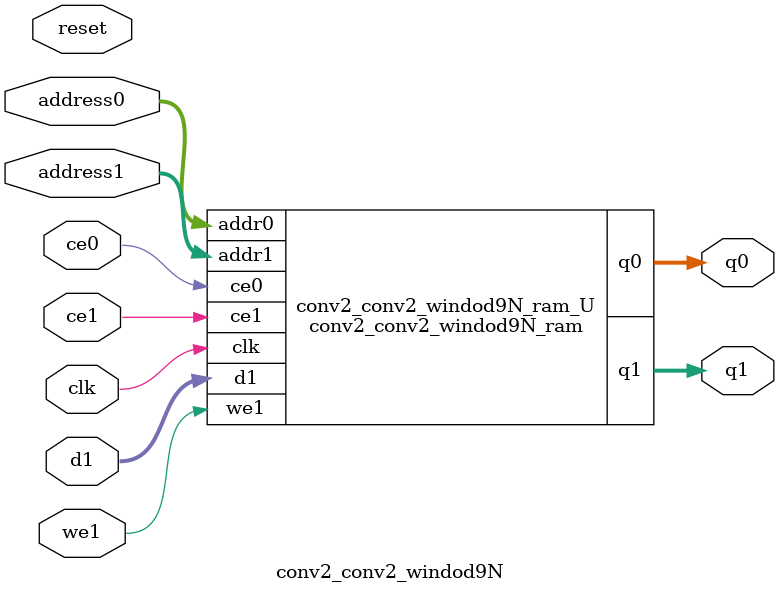
<source format=v>
`timescale 1 ns / 1 ps
module conv2_conv2_windod9N_ram (addr0, ce0, q0, addr1, ce1, d1, we1, q1,  clk);

parameter DWIDTH = 5;
parameter AWIDTH = 4;
parameter MEM_SIZE = 16;

input[AWIDTH-1:0] addr0;
input ce0;
output reg[DWIDTH-1:0] q0;
input[AWIDTH-1:0] addr1;
input ce1;
input[DWIDTH-1:0] d1;
input we1;
output reg[DWIDTH-1:0] q1;
input clk;

(* ram_style = "distributed" *)reg [DWIDTH-1:0] ram[0:MEM_SIZE-1];




always @(posedge clk)  
begin 
    if (ce0) begin
        q0 <= ram[addr0];
    end
end


always @(posedge clk)  
begin 
    if (ce1) begin
        if (we1) 
            ram[addr1] <= d1; 
        q1 <= ram[addr1];
    end
end


endmodule

`timescale 1 ns / 1 ps
module conv2_conv2_windod9N(
    reset,
    clk,
    address0,
    ce0,
    q0,
    address1,
    ce1,
    we1,
    d1,
    q1);

parameter DataWidth = 32'd5;
parameter AddressRange = 32'd16;
parameter AddressWidth = 32'd4;
input reset;
input clk;
input[AddressWidth - 1:0] address0;
input ce0;
output[DataWidth - 1:0] q0;
input[AddressWidth - 1:0] address1;
input ce1;
input we1;
input[DataWidth - 1:0] d1;
output[DataWidth - 1:0] q1;



conv2_conv2_windod9N_ram conv2_conv2_windod9N_ram_U(
    .clk( clk ),
    .addr0( address0 ),
    .ce0( ce0 ),
    .q0( q0 ),
    .addr1( address1 ),
    .ce1( ce1 ),
    .we1( we1 ),
    .d1( d1 ),
    .q1( q1 ));

endmodule


</source>
